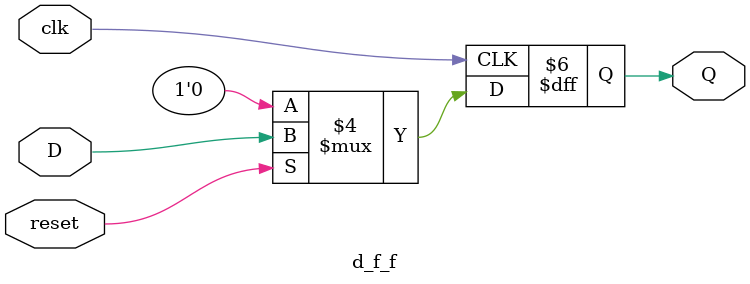
<source format=v>
module labeight1(SW,KEY,LEDR);
	input [1:0] SW;
	input [0:0] KEY;
	output [9:0]LEDR;
	wire [8:0]out;
	wire w;
	
	assign w=SW[1];
	assign LEDR[8:0]=out;
	assign LEDR[9]=(out[4]|out[8]);
	
	init a(~KEY[0],SW[0],out[0]);
	d_f_f d1(~KEY[0],SW[0],(~w)&(out[0]|out[5]|out[6]|out[7]|out[8]),out[1]);
	d_f_f d2(~KEY[0],SW[0],(~w)&(out[1]),out[2]);
	d_f_f d3(~KEY[0],SW[0],(~w)&(out[2]),out[3]);
	d_f_f d4(~KEY[0],SW[0],(~w)&(out[3]|out[4]),out[4]);
	d_f_f d5(~KEY[0],SW[0],(w)&(out[0]|out[1]|out[2]|out[3]|out[4]),out[5]);
	d_f_f d6(~KEY[0],SW[0],(w)&(out[5]),out[6]);
	d_f_f d7(~KEY[0],SW[0],(w)&(out[6]),out[7]);
	d_f_f d8(~KEY[0],SW[0],(w)&(out[7]|out[8]),out[8]);
endmodule


module init(clk,reset,Q);
	input clk;
	input reset;
	output reg Q;
	always@(posedge clk) begin
		if(~reset) begin
			Q<=1;
		end
		else begin
			Q<=0;
		end
	end
	
endmodule


module d_f_f(clk,reset,D,Q);
	input clk;
	input reset;
	input D;
	output reg Q;
	
	always@(posedge clk ) begin
		if(~reset) begin
			Q<=0;
		end
		else begin
			Q<=D;
		end
	end
	
endmodule

</source>
